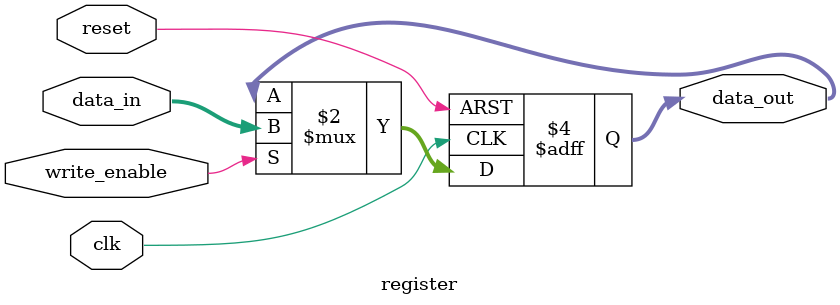
<source format=v>

module register
#(
    parameter XLEN = 32
)
(
    input             write_enable,
    input             clk,
    input             reset,
    input      [XLEN-1:0] data_in,
    output reg [XLEN-1:0] data_out
);

// TODO: check for clock
always @(posedge clk or posedge reset) begin
    if(reset)
        data_out <= XLEN'b0;
    else if(write_enable)
        data_out <= data_in;
end


endmodule

</source>
